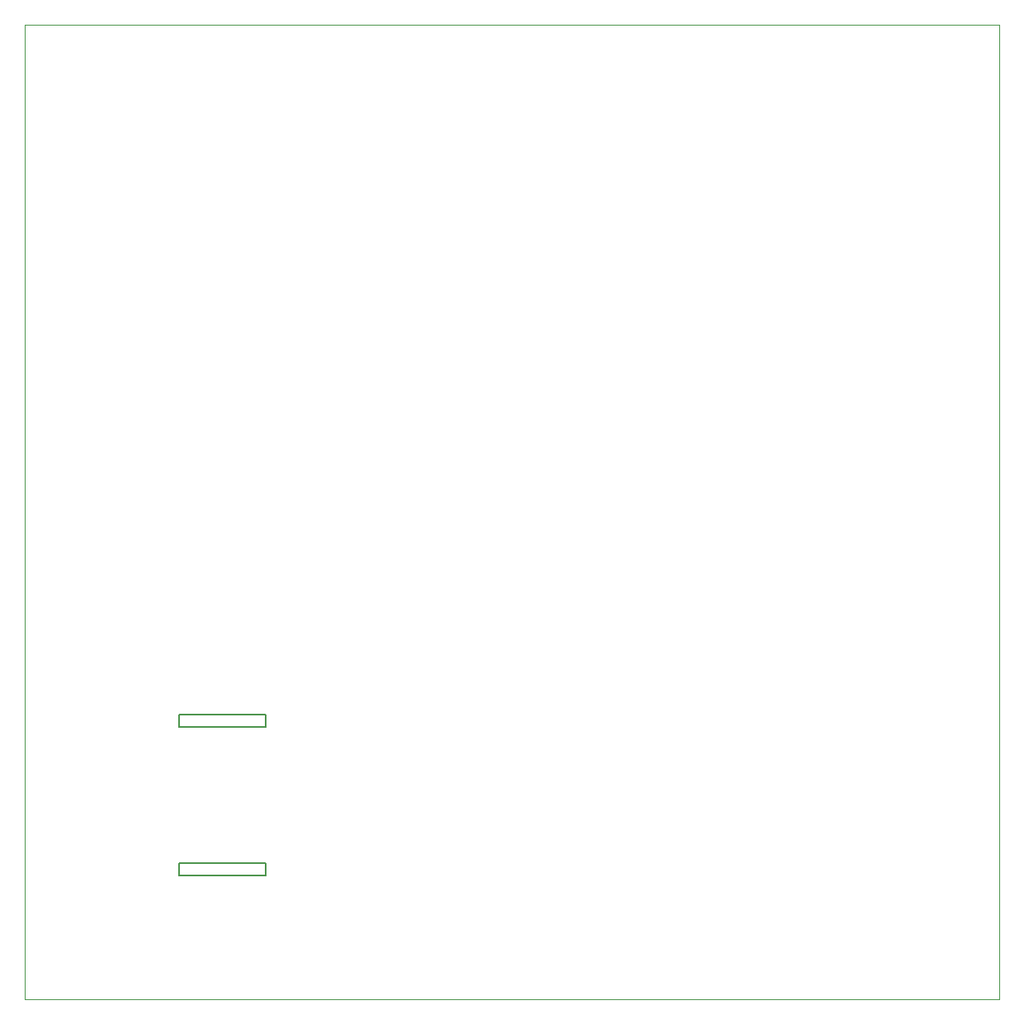
<source format=gbr>
%TF.GenerationSoftware,KiCad,Pcbnew,(6.0.1)*%
%TF.CreationDate,2023-02-05T18:59:54-08:00*%
%TF.ProjectId,Energy Monitor - Transformer PCB R2,456e6572-6779-4204-9d6f-6e69746f7220,rev?*%
%TF.SameCoordinates,Original*%
%TF.FileFunction,Profile,NP*%
%FSLAX46Y46*%
G04 Gerber Fmt 4.6, Leading zero omitted, Abs format (unit mm)*
G04 Created by KiCad (PCBNEW (6.0.1)) date 2023-02-05 18:59:54*
%MOMM*%
%LPD*%
G01*
G04 APERTURE LIST*
%TA.AperFunction,Profile*%
%ADD10C,0.050000*%
%TD*%
%TA.AperFunction,Profile*%
%ADD11C,0.150000*%
%TD*%
G04 APERTURE END LIST*
D10*
X50000000Y-150000000D02*
X50000000Y-50000000D01*
X150000000Y-150000000D02*
X50000000Y-150000000D01*
X150000000Y-50000000D02*
X150000000Y-150000000D01*
X50000000Y-50000000D02*
X150000000Y-50000000D01*
D11*
%TO.C,T3*%
X65855000Y-135985000D02*
X65855000Y-137255000D01*
X65855000Y-137255000D02*
X74745000Y-137255000D01*
X74745000Y-137255000D02*
X74745000Y-135985000D01*
X74745000Y-135985000D02*
X65855000Y-135985000D01*
X65855000Y-120745000D02*
X65855000Y-122015000D01*
X65855000Y-122015000D02*
X74745000Y-122015000D01*
X74745000Y-122015000D02*
X74745000Y-120745000D01*
X74745000Y-120745000D02*
X65855000Y-120745000D01*
%TD*%
M02*

</source>
